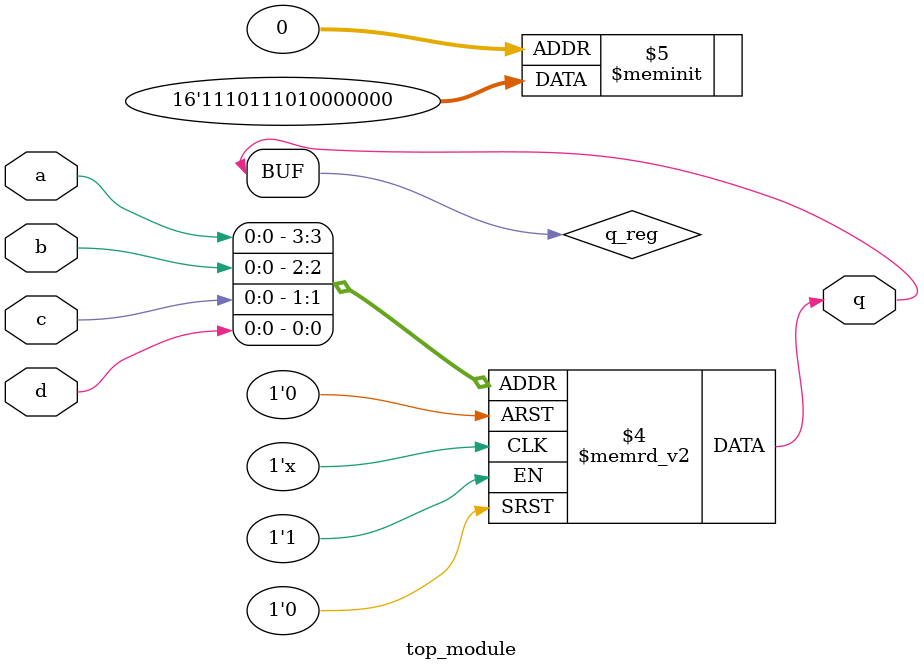
<source format=sv>
module top_module (
    input a,
    input b,
    input c,
    input d,
    output q
);

reg q_reg;

always @(*) begin
    case ({a, b, c, d})
        4'b0000: q_reg = 1'b0;
        4'b0001: q_reg = 1'b0;
        4'b0010: q_reg = 1'b0;
        4'b0011: q_reg = 1'b0;
        4'b0100: q_reg = 1'b0;
        4'b0101: q_reg = 1'b0;
        4'b0110: q_reg = 1'b0;
        4'b0111: q_reg = 1'b1;
        4'b1000: q_reg = 1'b0;
        4'b1001: q_reg = 1'b1;
        4'b1010: q_reg = 1'b1;
        4'b1011: q_reg = 1'b1;
        4'b1100: q_reg = 1'b0;
        4'b1101: q_reg = 1'b1;
        4'b1110: q_reg = 1'b1;
        4'b1111: q_reg = 1'b1;
        default: q_reg = 1'b0;
    endcase
end

assign q = q_reg;

endmodule

</source>
